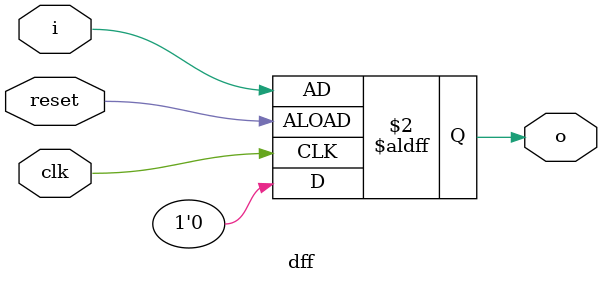
<source format=v>
module dff (
    clk, i, o, reset
);
input wire reset;
input wire i;
input  wire clk; 
output reg o;
always @(posedge clk or negedge reset) begin
    if(reset) begin
        o <= 1'b0;
    end
    else begin
        o <= i;
    end
end
endmodule
</source>
